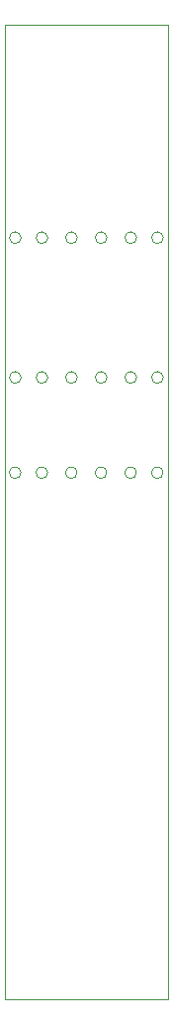
<source format=gm1>
%TF.GenerationSoftware,KiCad,Pcbnew,6.0.11*%
%TF.CreationDate,2024-07-26T21:25:56+01:00*%
%TF.ProjectId,7Backpack,37426163-6b70-4616-936b-2e6b69636164,rev?*%
%TF.SameCoordinates,Original*%
%TF.FileFunction,Profile,NP*%
%FSLAX46Y46*%
G04 Gerber Fmt 4.6, Leading zero omitted, Abs format (unit mm)*
G04 Created by KiCad (PCBNEW 6.0.11) date 2024-07-26 21:25:56*
%MOMM*%
%LPD*%
G01*
G04 APERTURE LIST*
%TA.AperFunction,Profile*%
%ADD10C,0.100000*%
%TD*%
G04 APERTURE END LIST*
D10*
X98425000Y-51435000D02*
X112395000Y-51435000D01*
X112395000Y-51435000D02*
X112395000Y-134620000D01*
X112395000Y-134620000D02*
X98425000Y-134620000D01*
X98425000Y-134620000D02*
X98425000Y-51435000D01*
X102116000Y-81534000D02*
G75*
G03*
X102116000Y-81534000I-500000J0D01*
G01*
X104648000Y-81534000D02*
G75*
G03*
X104648000Y-81534000I-500000J0D01*
G01*
X104632000Y-89662000D02*
G75*
G03*
X104632000Y-89662000I-500000J0D01*
G01*
X104648000Y-69596000D02*
G75*
G03*
X104648000Y-69596000I-500000J0D01*
G01*
X112014000Y-69596000D02*
G75*
G03*
X112014000Y-69596000I-500000J0D01*
G01*
X99830000Y-81534000D02*
G75*
G03*
X99830000Y-81534000I-500000J0D01*
G01*
X107188000Y-69596000D02*
G75*
G03*
X107188000Y-69596000I-500000J0D01*
G01*
X112014000Y-81534000D02*
G75*
G03*
X112014000Y-81534000I-500000J0D01*
G01*
X107188000Y-81534000D02*
G75*
G03*
X107188000Y-81534000I-500000J0D01*
G01*
X107172000Y-89662000D02*
G75*
G03*
X107172000Y-89662000I-500000J0D01*
G01*
X109728000Y-69596000D02*
G75*
G03*
X109728000Y-69596000I-500000J0D01*
G01*
X109728000Y-81534000D02*
G75*
G03*
X109728000Y-81534000I-500000J0D01*
G01*
X102100000Y-89662000D02*
G75*
G03*
X102100000Y-89662000I-500000J0D01*
G01*
X111998000Y-89662000D02*
G75*
G03*
X111998000Y-89662000I-500000J0D01*
G01*
X99814000Y-89662000D02*
G75*
G03*
X99814000Y-89662000I-500000J0D01*
G01*
X102116000Y-69596000D02*
G75*
G03*
X102116000Y-69596000I-500000J0D01*
G01*
X109712000Y-89662000D02*
G75*
G03*
X109712000Y-89662000I-500000J0D01*
G01*
X99830000Y-69596000D02*
G75*
G03*
X99830000Y-69596000I-500000J0D01*
G01*
M02*

</source>
